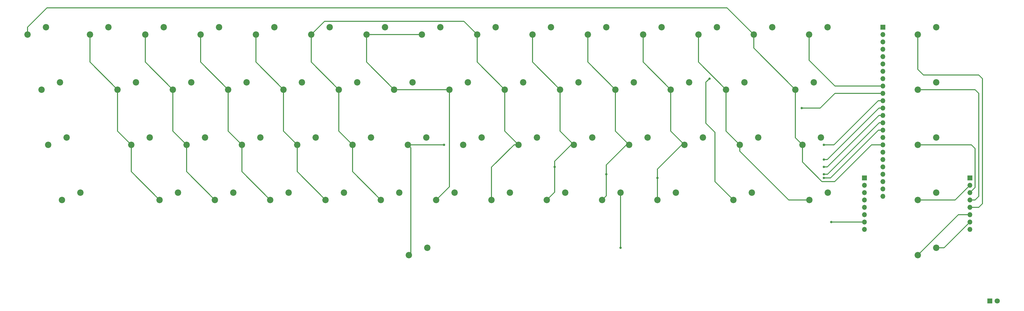
<source format=gbr>
G04 #@! TF.GenerationSoftware,KiCad,Pcbnew,(6.0.1)*
G04 #@! TF.CreationDate,2022-01-27T20:11:12+00:00*
G04 #@! TF.ProjectId,Project Helena,50726f6a-6563-4742-9048-656c656e612e,B*
G04 #@! TF.SameCoordinates,Original*
G04 #@! TF.FileFunction,Copper,L1,Top*
G04 #@! TF.FilePolarity,Positive*
%FSLAX46Y46*%
G04 Gerber Fmt 4.6, Leading zero omitted, Abs format (unit mm)*
G04 Created by KiCad (PCBNEW (6.0.1)) date 2022-01-27 20:11:12*
%MOMM*%
%LPD*%
G01*
G04 APERTURE LIST*
G04 #@! TA.AperFunction,ComponentPad*
%ADD10C,2.200000*%
G04 #@! TD*
G04 #@! TA.AperFunction,ComponentPad*
%ADD11R,1.700000X1.700000*%
G04 #@! TD*
G04 #@! TA.AperFunction,ComponentPad*
%ADD12O,1.700000X1.700000*%
G04 #@! TD*
G04 #@! TA.AperFunction,ComponentPad*
%ADD13R,1.800000X1.800000*%
G04 #@! TD*
G04 #@! TA.AperFunction,ComponentPad*
%ADD14C,1.800000*%
G04 #@! TD*
G04 #@! TA.AperFunction,ViaPad*
%ADD15C,0.800000*%
G04 #@! TD*
G04 #@! TA.AperFunction,Conductor*
%ADD16C,0.304800*%
G04 #@! TD*
G04 APERTURE END LIST*
D10*
X314960000Y-80010000D03*
X308610000Y-82550000D03*
X52959000Y-118110000D03*
X46609000Y-120650000D03*
X181610000Y-80010000D03*
X175260000Y-82550000D03*
X162560000Y-80010000D03*
X156210000Y-82550000D03*
X191135000Y-99060000D03*
X184785000Y-101600000D03*
X172085000Y-99060000D03*
X165735000Y-101600000D03*
X186563000Y-137160000D03*
X180213000Y-139700000D03*
X195834000Y-118110000D03*
X189484000Y-120650000D03*
X176784000Y-118110000D03*
X170434000Y-120650000D03*
X177165000Y-156210000D03*
X170815000Y-158750000D03*
X352425000Y-156210000D03*
X346075000Y-158750000D03*
X200660000Y-80010000D03*
X194310000Y-82550000D03*
X143510000Y-80010000D03*
X137160000Y-82550000D03*
X210185000Y-99060000D03*
X203835000Y-101600000D03*
X153035000Y-99060000D03*
X146685000Y-101600000D03*
X214884000Y-118110000D03*
X208534000Y-120650000D03*
X157734000Y-118110000D03*
X151384000Y-120650000D03*
X205613000Y-137160000D03*
X199263000Y-139700000D03*
X167513000Y-137160000D03*
X161163000Y-139700000D03*
X352425000Y-137160000D03*
X346075000Y-139700000D03*
X219710000Y-80010000D03*
X213360000Y-82550000D03*
X124460000Y-80010000D03*
X118110000Y-82550000D03*
X229235000Y-99060000D03*
X222885000Y-101600000D03*
X133985000Y-99060000D03*
X127635000Y-101600000D03*
X233934000Y-118110000D03*
X227584000Y-120650000D03*
X138684000Y-118110000D03*
X132334000Y-120650000D03*
X224663000Y-137160000D03*
X218313000Y-139700000D03*
X148463000Y-137160000D03*
X142113000Y-139700000D03*
X352425000Y-118110000D03*
X346075000Y-120650000D03*
X238760000Y-80010000D03*
X232410000Y-82550000D03*
X105410000Y-80010000D03*
X99060000Y-82550000D03*
X248285000Y-99060000D03*
X241935000Y-101600000D03*
X114935000Y-99060000D03*
X108585000Y-101600000D03*
X252984000Y-118110000D03*
X246634000Y-120650000D03*
X119634000Y-118110000D03*
X113284000Y-120650000D03*
X243713000Y-137160000D03*
X237363000Y-139700000D03*
X129413000Y-137160000D03*
X123063000Y-139700000D03*
X352425000Y-99060000D03*
X346075000Y-101600000D03*
X257810000Y-80010000D03*
X251460000Y-82550000D03*
X86360000Y-80010000D03*
X80010000Y-82550000D03*
X267335000Y-99060000D03*
X260985000Y-101600000D03*
X95885000Y-99060000D03*
X89535000Y-101600000D03*
X272034000Y-118110000D03*
X265684000Y-120650000D03*
X100584000Y-118110000D03*
X94234000Y-120650000D03*
X262763000Y-137160000D03*
X256413000Y-139700000D03*
X110363000Y-137160000D03*
X104013000Y-139700000D03*
X276860000Y-80010000D03*
X270510000Y-82550000D03*
X67310000Y-80010000D03*
X60960000Y-82550000D03*
X286385000Y-99060000D03*
X280035000Y-101600000D03*
X76835000Y-99060000D03*
X70485000Y-101600000D03*
X291084000Y-118110000D03*
X284734000Y-120650000D03*
X81534000Y-118110000D03*
X75184000Y-120650000D03*
X315087000Y-137160000D03*
X308737000Y-139700000D03*
X91313000Y-137160000D03*
X84963000Y-139700000D03*
X295910000Y-80010000D03*
X289560000Y-82550000D03*
X45847000Y-80010000D03*
X39497000Y-82550000D03*
X310261000Y-99060000D03*
X303911000Y-101600000D03*
X50673000Y-99060000D03*
X44323000Y-101600000D03*
X312674000Y-118110000D03*
X306324000Y-120650000D03*
X288925000Y-137160000D03*
X282575000Y-139700000D03*
X57658000Y-137160000D03*
X51308000Y-139700000D03*
D11*
X327660000Y-132080000D03*
D12*
X327660000Y-134620000D03*
X327660000Y-137160000D03*
X327660000Y-139700000D03*
X327660000Y-142240000D03*
X327660000Y-144780000D03*
X327660000Y-147320000D03*
X327660000Y-149860000D03*
X364000000Y-149860000D03*
X364000000Y-147320000D03*
X364000000Y-144780000D03*
X364000000Y-142240000D03*
X364000000Y-139700000D03*
X364000000Y-137160000D03*
X364000000Y-134620000D03*
D11*
X364000000Y-132080000D03*
D10*
X352425000Y-80010000D03*
X346075000Y-82550000D03*
D13*
X370840000Y-174625000D03*
D14*
X373380000Y-174625000D03*
D11*
X334000000Y-80000000D03*
D12*
X334000000Y-82540000D03*
X334000000Y-85080000D03*
X334000000Y-87620000D03*
X334000000Y-90160000D03*
X334000000Y-92700000D03*
X334000000Y-95240000D03*
X334000000Y-97780000D03*
X334000000Y-100320000D03*
X334000000Y-102860000D03*
X334000000Y-105400000D03*
X334000000Y-107940000D03*
X334000000Y-110480000D03*
X334000000Y-113020000D03*
X334000000Y-115560000D03*
X334000000Y-118100000D03*
X334000000Y-120640000D03*
X334000000Y-123180000D03*
X334000000Y-125720000D03*
X334000000Y-128260000D03*
X334000000Y-130800000D03*
X334000000Y-133340000D03*
X334000000Y-135880000D03*
X334000000Y-138420000D03*
D15*
X243713000Y-156210000D03*
X316230000Y-147320000D03*
X274320000Y-97790000D03*
X306070000Y-107950000D03*
X182880000Y-120650000D03*
X313690000Y-120650000D03*
X313690000Y-125730000D03*
X313690000Y-128270000D03*
X220980000Y-128270000D03*
X313690000Y-130810000D03*
X238760000Y-130810000D03*
X313690000Y-132080000D03*
X256413000Y-132080000D03*
D16*
X334000000Y-110480000D02*
X332722000Y-110480000D01*
X314932000Y-128270000D02*
X332722000Y-110480000D01*
X313690000Y-128270000D02*
X314932000Y-128270000D01*
X330182000Y-120640000D02*
X334000000Y-120640000D01*
X317472000Y-133350000D02*
X330182000Y-120640000D01*
X313055000Y-133350000D02*
X317472000Y-133350000D01*
X306324000Y-126619000D02*
X313055000Y-133350000D01*
X306324000Y-120650000D02*
X306324000Y-126619000D01*
X332545500Y-115560000D02*
X334000000Y-115560000D01*
X316025500Y-132080000D02*
X332545500Y-115560000D01*
X313690000Y-132080000D02*
X316025500Y-132080000D01*
X314932000Y-125730000D02*
X332722000Y-107940000D01*
X313690000Y-125730000D02*
X314932000Y-125730000D01*
X332722000Y-107940000D02*
X334000000Y-107940000D01*
X317218000Y-120650000D02*
X332468000Y-105400000D01*
X313690000Y-120650000D02*
X317218000Y-120650000D01*
X332468000Y-105400000D02*
X334000000Y-105400000D01*
X332750000Y-113020000D02*
X334000000Y-113020000D01*
X314960000Y-130810000D02*
X332750000Y-113020000D01*
X313690000Y-130810000D02*
X314960000Y-130810000D01*
X273078000Y-99032000D02*
X274320000Y-97790000D01*
X276225000Y-116375000D02*
X273078000Y-113228000D01*
X276225000Y-133350000D02*
X276225000Y-116375000D01*
X273078000Y-113228000D02*
X273078000Y-99032000D01*
X282575000Y-139700000D02*
X276225000Y-133350000D01*
X243713000Y-137160000D02*
X243713000Y-156210000D01*
X316230000Y-147320000D02*
X327660000Y-147320000D01*
X333990000Y-100330000D02*
X334000000Y-100320000D01*
X317500000Y-100330000D02*
X333990000Y-100330000D01*
X308610000Y-82550000D02*
X308610000Y-91440000D01*
X308610000Y-91440000D02*
X317500000Y-100330000D01*
X333990000Y-102870000D02*
X334000000Y-102860000D01*
X312420000Y-107950000D02*
X317500000Y-102870000D01*
X156210000Y-82550000D02*
X156210000Y-92075000D01*
X306070000Y-107950000D02*
X312420000Y-107950000D01*
X184785000Y-101600000D02*
X184785000Y-135128000D01*
X317500000Y-102870000D02*
X333990000Y-102870000D01*
X156210000Y-92075000D02*
X165735000Y-101600000D01*
X165735000Y-101600000D02*
X184785000Y-101600000D01*
X184785000Y-135128000D02*
X180213000Y-139700000D01*
X175260000Y-82550000D02*
X156210000Y-82550000D01*
X170434000Y-120650000D02*
X182880000Y-120650000D01*
X171450000Y-121666000D02*
X170434000Y-120650000D01*
X170815000Y-158750000D02*
X171450000Y-158115000D01*
X171450000Y-158115000D02*
X171450000Y-121666000D01*
X161163000Y-139700000D02*
X151384000Y-129921000D01*
X137160000Y-92075000D02*
X137160000Y-82550000D01*
X194310000Y-92075000D02*
X203835000Y-101600000D01*
X194310000Y-82550000D02*
X194310000Y-92075000D01*
X208534000Y-120650000D02*
X207010000Y-120650000D01*
X194310000Y-82550000D02*
X189738011Y-77978011D01*
X199263000Y-128397000D02*
X199263000Y-139700000D01*
X146685000Y-115951000D02*
X146685000Y-101600000D01*
X203835000Y-115951000D02*
X208534000Y-120650000D01*
X189738011Y-77978011D02*
X141731989Y-77978011D01*
X151384000Y-120650000D02*
X146685000Y-115951000D01*
X141731989Y-77978011D02*
X137160000Y-82550000D01*
X203835000Y-101600000D02*
X203835000Y-115951000D01*
X207010000Y-120650000D02*
X199263000Y-128397000D01*
X146685000Y-101600000D02*
X137160000Y-92075000D01*
X151384000Y-129921000D02*
X151384000Y-120650000D01*
X220980000Y-126365000D02*
X220980000Y-128270000D01*
X226695000Y-120650000D02*
X220980000Y-126365000D01*
X213360000Y-92075000D02*
X222885000Y-101600000D01*
X142113000Y-139700000D02*
X132334000Y-129921000D01*
X227584000Y-120650000D02*
X222885000Y-115951000D01*
X118110000Y-82550000D02*
X118110000Y-92075000D01*
X220980000Y-128270000D02*
X220980000Y-137033000D01*
X222885000Y-115951000D02*
X222885000Y-101600000D01*
X127635000Y-115951000D02*
X132334000Y-120650000D01*
X213360000Y-82550000D02*
X213360000Y-92075000D01*
X118110000Y-92075000D02*
X127635000Y-101600000D01*
X227584000Y-120650000D02*
X226695000Y-120650000D01*
X220980000Y-137033000D02*
X218313000Y-139700000D01*
X127635000Y-101600000D02*
X127635000Y-115951000D01*
X132334000Y-129921000D02*
X132334000Y-120650000D01*
X246634000Y-120650000D02*
X245745000Y-120650000D01*
X99060000Y-82550000D02*
X99060000Y-92075000D01*
X232410000Y-92075000D02*
X241935000Y-101600000D01*
X113284000Y-120650000D02*
X113284000Y-129921000D01*
X238760000Y-130810000D02*
X238760000Y-138303000D01*
X113284000Y-129921000D02*
X123063000Y-139700000D01*
X108585000Y-115951000D02*
X113284000Y-120650000D01*
X238760000Y-138303000D02*
X237363000Y-139700000D01*
X241935000Y-115951000D02*
X246634000Y-120650000D01*
X108585000Y-101600000D02*
X108585000Y-115951000D01*
X241935000Y-101600000D02*
X241935000Y-115951000D01*
X245745000Y-120650000D02*
X238760000Y-127635000D01*
X232410000Y-82550000D02*
X232410000Y-92075000D01*
X238760000Y-127635000D02*
X238760000Y-130810000D01*
X99060000Y-92075000D02*
X108585000Y-101600000D01*
X265684000Y-120650000D02*
X260985000Y-115951000D01*
X260985000Y-101600000D02*
X251460000Y-92075000D01*
X94234000Y-129921000D02*
X94234000Y-120650000D01*
X89535000Y-101600000D02*
X80010000Y-92075000D01*
X89535000Y-115951000D02*
X89535000Y-101600000D01*
X251460000Y-92075000D02*
X251460000Y-82550000D01*
X264795000Y-120650000D02*
X265684000Y-120650000D01*
X256413000Y-129032000D02*
X264795000Y-120650000D01*
X260985000Y-115951000D02*
X260985000Y-101600000D01*
X80010000Y-92075000D02*
X80010000Y-82550000D01*
X256413000Y-139700000D02*
X256413000Y-132080000D01*
X256413000Y-132080000D02*
X256413000Y-129032000D01*
X104013000Y-139700000D02*
X94234000Y-129921000D01*
X94234000Y-120650000D02*
X89535000Y-115951000D01*
X60960000Y-92075000D02*
X70485000Y-101600000D01*
X75184000Y-129921000D02*
X84963000Y-139700000D01*
X60960000Y-82550000D02*
X60960000Y-92075000D01*
X70485000Y-115951000D02*
X75184000Y-120650000D01*
X280035000Y-101600000D02*
X280035000Y-115951000D01*
X280035000Y-101600000D02*
X270510000Y-92075000D01*
X270510000Y-92075000D02*
X270510000Y-82550000D01*
X280035000Y-115951000D02*
X284734000Y-120650000D01*
X284734000Y-120650000D02*
X284734000Y-122866290D01*
X301567710Y-139700000D02*
X308737000Y-139700000D01*
X284734000Y-122866290D02*
X301567710Y-139700000D01*
X75184000Y-120650000D02*
X75184000Y-129921000D01*
X70485000Y-101600000D02*
X70485000Y-115951000D01*
X289560000Y-87249000D02*
X289560000Y-82550000D01*
X303911000Y-101600000D02*
X289560000Y-87249000D01*
X303911000Y-118237000D02*
X303911000Y-101600000D01*
X289560000Y-82550000D02*
X280360000Y-73350000D01*
X39497000Y-79999415D02*
X39497000Y-82550000D01*
X306324000Y-120650000D02*
X303911000Y-118237000D01*
X46146415Y-73350000D02*
X39497000Y-79999415D01*
X280360000Y-73350000D02*
X46146415Y-73350000D01*
X358920000Y-139700000D02*
X364000000Y-134620000D01*
X346075000Y-139700000D02*
X358920000Y-139700000D01*
X364000000Y-137160000D02*
X365760000Y-135400000D01*
X365760000Y-121920000D02*
X364490000Y-120650000D01*
X365760000Y-135400000D02*
X365760000Y-121920000D01*
X364490000Y-120650000D02*
X346075000Y-120650000D01*
X365760000Y-139700000D02*
X367030000Y-138430000D01*
X365760000Y-101600000D02*
X346075000Y-101600000D01*
X364000000Y-139700000D02*
X365760000Y-139700000D01*
X367030000Y-138430000D02*
X367030000Y-102870000D01*
X367030000Y-102870000D02*
X365760000Y-101600000D01*
X368300000Y-97790000D02*
X367030000Y-96520000D01*
X347980000Y-96520000D02*
X346075000Y-94615000D01*
X367030000Y-142240000D02*
X368300000Y-140970000D01*
X368300000Y-140970000D02*
X368300000Y-97790000D01*
X364000000Y-142240000D02*
X367030000Y-142240000D01*
X346075000Y-94615000D02*
X346075000Y-82550000D01*
X367030000Y-96520000D02*
X347980000Y-96520000D01*
X360045000Y-144780000D02*
X346075000Y-158750000D01*
X364000000Y-144780000D02*
X360045000Y-144780000D01*
X364000000Y-147320000D02*
X355110000Y-156210000D01*
X355110000Y-156210000D02*
X352425000Y-156210000D01*
M02*

</source>
